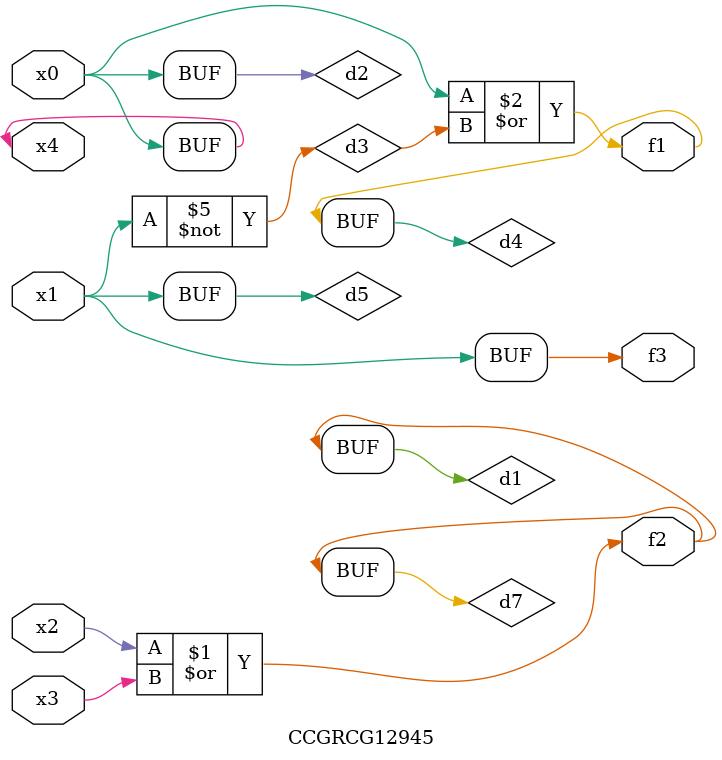
<source format=v>
module CCGRCG12945(
	input x0, x1, x2, x3, x4,
	output f1, f2, f3
);

	wire d1, d2, d3, d4, d5, d6, d7;

	or (d1, x2, x3);
	buf (d2, x0, x4);
	not (d3, x1);
	or (d4, d2, d3);
	not (d5, d3);
	nand (d6, d1, d3);
	or (d7, d1);
	assign f1 = d4;
	assign f2 = d7;
	assign f3 = d5;
endmodule

</source>
